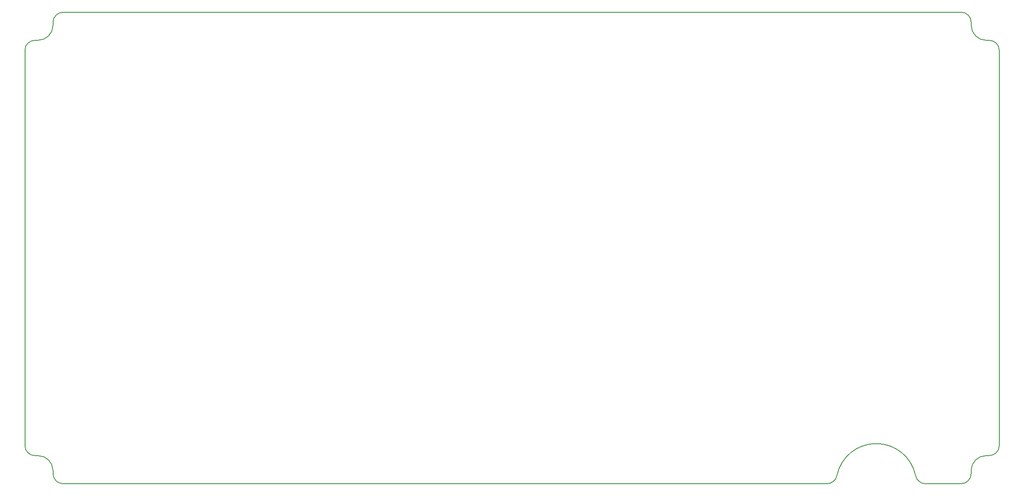
<source format=gbr>
G04 #@! TF.GenerationSoftware,KiCad,Pcbnew,6.0.10-86aedd382b~118~ubuntu22.04.1*
G04 #@! TF.CreationDate,2023-02-22T09:35:46+01:00*
G04 #@! TF.ProjectId,bottom-board,626f7474-6f6d-42d6-926f-6172642e6b69,rev?*
G04 #@! TF.SameCoordinates,Original*
G04 #@! TF.FileFunction,Profile,NP*
%FSLAX46Y46*%
G04 Gerber Fmt 4.6, Leading zero omitted, Abs format (unit mm)*
G04 Created by KiCad (PCBNEW 6.0.10-86aedd382b~118~ubuntu22.04.1) date 2023-02-22 09:35:46*
%MOMM*%
%LPD*%
G01*
G04 APERTURE LIST*
G04 #@! TA.AperFunction,Profile*
%ADD10C,0.200000*%
G04 #@! TD*
G04 APERTURE END LIST*
D10*
X60910000Y-47030000D02*
X61510000Y-47030000D01*
X64510000Y-133430000D02*
G75*
G03*
X66510000Y-135430000I2000000J0D01*
G01*
X66510000Y-41430000D02*
G75*
G03*
X64510000Y-43430000I0J-2000000D01*
G01*
X247310000Y-43430000D02*
G75*
G03*
X245310000Y-41430000I-2000000J0D01*
G01*
X252910000Y-49030000D02*
X252910000Y-127830000D01*
X236248407Y-133829992D02*
G75*
G03*
X238209249Y-135430000I1959593J399992D01*
G01*
X58910000Y-49030000D02*
X58910000Y-127830000D01*
X236248367Y-133830000D02*
G75*
G03*
X220572362Y-133826432I-7838367J-1600000D01*
G01*
X247310000Y-44030000D02*
G75*
G03*
X250310000Y-47030000I3000000J0D01*
G01*
X218612041Y-135430040D02*
G75*
G03*
X220571890Y-133828736I-41J2000040D01*
G01*
X245310000Y-135430000D02*
X238207959Y-135430000D01*
X250310000Y-47030000D02*
X250910000Y-47030000D01*
X64510000Y-44030000D02*
X64510000Y-43430000D01*
X247310000Y-43430000D02*
X247310000Y-44030000D01*
X66510000Y-41430000D02*
X245310000Y-41430000D01*
X250310000Y-129830000D02*
G75*
G03*
X247310000Y-132830000I0J-3000000D01*
G01*
X60910000Y-47030000D02*
G75*
G03*
X58910000Y-49030000I0J-2000000D01*
G01*
X64510000Y-133430000D02*
X64510000Y-132830000D01*
X252910000Y-49030000D02*
G75*
G03*
X250910000Y-47030000I-2000000J0D01*
G01*
X64510000Y-132830000D02*
G75*
G03*
X61510000Y-129830000I-3000000J0D01*
G01*
X218612041Y-135430000D02*
X66510000Y-135430000D01*
X245310000Y-135430000D02*
G75*
G03*
X247310000Y-133430000I0J2000000D01*
G01*
X60910000Y-129830000D02*
X61510000Y-129830000D01*
X250910000Y-129830000D02*
G75*
G03*
X252910000Y-127830000I0J2000000D01*
G01*
X58910000Y-127830000D02*
G75*
G03*
X60910000Y-129830000I2000000J0D01*
G01*
X250910000Y-129830000D02*
X250310000Y-129830000D01*
X247310000Y-132830000D02*
X247310000Y-133430000D01*
X61510000Y-47030000D02*
G75*
G03*
X64510000Y-44030000I0J3000000D01*
G01*
M02*

</source>
